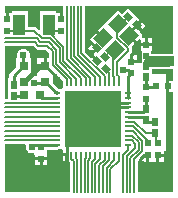
<source format=gtl>
%FSLAX24Y24*%
%MOIN*%
G70*
G01*
G75*
G04 Layer_Physical_Order=1*
G04 Layer_Color=255*
%ADD10R,0.0394X0.0709*%
%ADD11R,0.0197X0.0236*%
%ADD12R,0.0315X0.0295*%
%ADD13R,0.0400X0.0370*%
%ADD14R,0.0197X0.0256*%
%ADD15R,0.0295X0.0315*%
G04:AMPARAMS|DCode=16|XSize=19.7mil|YSize=23.6mil|CornerRadius=0mil|HoleSize=0mil|Usage=FLASHONLY|Rotation=45.000|XOffset=0mil|YOffset=0mil|HoleType=Round|Shape=Rectangle|*
%AMROTATEDRECTD16*
4,1,4,0.0014,-0.0153,-0.0153,0.0014,-0.0014,0.0153,0.0153,-0.0014,0.0014,-0.0153,0.0*
%
%ADD16ROTATEDRECTD16*%

G04:AMPARAMS|DCode=17|XSize=47.2mil|YSize=43.3mil|CornerRadius=0mil|HoleSize=0mil|Usage=FLASHONLY|Rotation=225.000|XOffset=0mil|YOffset=0mil|HoleType=Round|Shape=Rectangle|*
%AMROTATEDRECTD17*
4,1,4,0.0014,0.0320,0.0320,0.0014,-0.0014,-0.0320,-0.0320,-0.0014,0.0014,0.0320,0.0*
%
%ADD17ROTATEDRECTD17*%

%ADD18O,0.0256X0.0079*%
%ADD19O,0.0079X0.0256*%
%ADD20R,0.1850X0.1850*%
%ADD21R,0.0236X0.0197*%
%ADD22C,0.0060*%
%ADD23C,0.0090*%
%ADD24C,0.0150*%
%ADD25C,0.0080*%
%ADD26C,0.0370*%
%ADD27C,0.0240*%
%ADD28C,0.0260*%
G36*
X-1006Y1282D02*
X-1006Y1280D01*
Y1102D01*
X-1004Y1080D01*
X-999Y1059D01*
X-999Y1059D01*
X-999Y1059D01*
X-998Y1025D01*
X-1025D01*
Y998D01*
X-1059Y999D01*
X-1059Y999D01*
X-1059Y999D01*
X-1080Y1004D01*
X-1102Y1006D01*
X-1125D01*
X-1333Y1213D01*
Y1492D01*
D01*
Y1492D01*
X-1333Y1492D01*
Y1528D01*
X-1333D01*
Y1543D01*
X-1286Y1562D01*
X-1006Y1282D01*
D02*
G37*
G36*
X-1902Y2358D02*
X-1887Y2344D01*
X-1869Y2334D01*
X-1850Y2326D01*
X-1830Y2321D01*
X-1810Y2320D01*
X-1574D01*
X-1470Y2216D01*
Y2023D01*
X-1540D01*
Y1776D01*
X-1590D01*
Y1726D01*
X-1847D01*
Y1528D01*
X-1847Y1528D01*
X-1847Y1492D01*
X-1847D01*
Y1460D01*
X-1888Y1431D01*
X-1893Y1433D01*
X-1921Y1439D01*
X-1950Y1440D01*
X-1979Y1439D01*
X-2004Y1434D01*
X-2043Y1465D01*
Y1492D01*
D01*
Y1492D01*
X-2043Y1492D01*
Y1528D01*
X-2043D01*
Y2023D01*
X-2071D01*
X-2100Y2064D01*
X-2097Y2073D01*
X-2091Y2101D01*
X-2090Y2130D01*
X-2091Y2159D01*
X-2097Y2187D01*
X-2106Y2214D01*
X-2119Y2240D01*
X-2135Y2264D01*
X-2154Y2286D01*
X-2176Y2305D01*
X-2200Y2321D01*
X-2226Y2334D01*
X-2253Y2343D01*
X-2281Y2349D01*
X-2310Y2350D01*
X-2339Y2349D01*
X-2367Y2343D01*
X-2394Y2334D01*
X-2420Y2321D01*
X-2444Y2305D01*
X-2466Y2286D01*
X-2485Y2264D01*
X-2501Y2240D01*
X-2514Y2214D01*
X-2523Y2187D01*
X-2529Y2159D01*
X-2530Y2130D01*
X-2529Y2101D01*
X-2523Y2073D01*
X-2520Y2064D01*
X-2549Y2023D01*
X-2557D01*
Y1738D01*
X-2743Y1553D01*
X-2758Y1535D01*
X-2770Y1516D01*
X-2778Y1495D01*
X-2784Y1473D01*
X-2785Y1450D01*
Y1375D01*
X-2838D01*
Y919D01*
Y680D01*
X-2910D01*
Y2440D01*
X-1984D01*
X-1902Y2358D01*
D02*
G37*
G36*
X-2226Y-878D02*
X-2229Y-891D01*
X-2230Y-920D01*
X-2229Y-949D01*
X-2223Y-977D01*
X-2214Y-1004D01*
X-2201Y-1030D01*
X-2185Y-1054D01*
X-2166Y-1076D01*
X-2144Y-1095D01*
X-2120Y-1111D01*
X-2094Y-1124D01*
X-2067Y-1133D01*
X-2039Y-1139D01*
X-2010Y-1140D01*
X-1981Y-1139D01*
X-1957Y-1134D01*
X-1951Y-1139D01*
X-1918Y-1235D01*
Y-1267D01*
X-1522D01*
Y-1141D01*
Y-1012D01*
X-1181D01*
X-1158Y-1010D01*
X-1142Y-1006D01*
X-1102D01*
X-1080Y-1004D01*
X-1059Y-999D01*
X-1059Y-999D01*
X-1059Y-999D01*
X-1025Y-998D01*
Y-1025D01*
X-998D01*
D01*
X-999Y-1059D01*
X-999Y-1059D01*
X-999Y-1059D01*
X-1004Y-1080D01*
X-1006Y-1102D01*
Y-1141D01*
X-866D01*
Y-1191D01*
X-848D01*
Y-1280D01*
X-847Y-1301D01*
X-842Y-1323D01*
X-838Y-1332D01*
X-837Y-1338D01*
X-833Y-1358D01*
X-825Y-1376D01*
X-816Y-1391D01*
Y-1410D01*
X-805Y-1405D01*
X-801Y-1409D01*
X-760Y-1450D01*
Y-2430D01*
X-2910D01*
Y-839D01*
X-2258D01*
X-2226Y-878D01*
D02*
G37*
G36*
X2670Y1288D02*
X2547D01*
Y1090D01*
Y892D01*
X2670D01*
Y-2430D01*
X1500D01*
Y-1396D01*
X1595Y-1301D01*
X1642Y-1321D01*
Y-1415D01*
X1790D01*
Y-1197D01*
X1890D01*
Y-1415D01*
X2120D01*
Y-1197D01*
X2170D01*
Y-1147D01*
X2368D01*
Y-1070D01*
X2430D01*
Y892D01*
X2447D01*
Y1090D01*
Y1288D01*
X2430D01*
Y1500D01*
X1990D01*
Y1679D01*
X2510D01*
X2517Y1679D01*
X2670D01*
Y1288D01*
D02*
G37*
G36*
Y2169D02*
X2517D01*
X2510Y2170D01*
X1948D01*
Y2269D01*
X1988D01*
Y2437D01*
X1592D01*
Y2269D01*
X1632D01*
Y1982D01*
X1631Y1979D01*
X1626Y1952D01*
X1625Y1924D01*
X1626Y1897D01*
X1626Y1897D01*
D01*
X1597Y1860D01*
X1488D01*
Y1867D01*
X1290D01*
Y1967D01*
X1488D01*
Y2135D01*
X1275D01*
X1256Y2181D01*
X1262Y2188D01*
X1275Y2203D01*
X1286Y2221D01*
X1294Y2240D01*
X1299Y2260D01*
X1300Y2280D01*
Y2360D01*
X1299Y2380D01*
X1295Y2396D01*
X1294Y2400D01*
X1292Y2405D01*
X1410Y2523D01*
X1186Y2746D01*
X1257Y2817D01*
X1481Y2593D01*
X1545Y2658D01*
X1592Y2639D01*
Y2537D01*
X1740D01*
Y2705D01*
X1658D01*
X1639Y2751D01*
X1683Y2796D01*
X1558Y2921D01*
X1578Y2941D01*
X1424Y3095D01*
X1459Y3131D01*
X1424Y3166D01*
X1564Y3306D01*
X1445Y3425D01*
X1167Y3704D01*
X971Y3508D01*
X846Y3633D01*
X372Y3160D01*
Y3160D01*
X170Y2957D01*
X394Y2734D01*
X323Y2663D01*
X99Y2887D01*
X-103Y2684D01*
X22Y2559D01*
X12Y2549D01*
X166Y2395D01*
X131Y2359D01*
X166Y2324D01*
X26Y2184D01*
X56Y2153D01*
X32Y2129D01*
X186Y1975D01*
X115Y1904D01*
X-39Y2058D01*
X-47Y2050D01*
X-250Y2252D01*
Y3770D01*
X2670D01*
Y2169D01*
D02*
G37*
G36*
X-990Y3555D02*
X-1000D01*
Y3337D01*
X-1100D01*
Y3555D01*
X-1161D01*
Y3594D01*
X-1755D01*
Y2994D01*
X-1801Y2975D01*
X-1861Y3035D01*
X-1876Y3049D01*
X-1894Y3059D01*
X-1902Y3063D01*
X-1913Y3067D01*
X-1933Y3072D01*
X-1953Y3074D01*
X-2145D01*
Y3594D01*
X-2739D01*
Y3555D01*
X-2800D01*
Y3337D01*
X-2900D01*
Y3555D01*
X-2910D01*
Y3770D01*
X-990D01*
Y3555D01*
D02*
G37*
%LPC*%
G36*
X1635Y3236D02*
X1530Y3131D01*
X1649Y3012D01*
X1754Y3117D01*
X1635Y3236D01*
D02*
G37*
G36*
X-1522Y-1367D02*
X-1670D01*
Y-1535D01*
X-1522D01*
Y-1367D01*
D02*
G37*
G36*
X-1770D02*
X-1918D01*
Y-1535D01*
X-1770D01*
Y-1367D01*
D02*
G37*
G36*
X2368Y-1247D02*
X2220D01*
Y-1415D01*
X2368D01*
Y-1247D01*
D02*
G37*
G36*
X-1640Y2023D02*
X-1847D01*
Y1826D01*
X-1640D01*
Y2023D01*
D02*
G37*
G36*
X-59Y2478D02*
X-164Y2373D01*
X-45Y2254D01*
X60Y2359D01*
X-59Y2478D01*
D02*
G37*
G36*
X-916Y-1241D02*
X-1006D01*
Y-1280D01*
X-1004Y-1301D01*
X-999Y-1323D01*
X-991Y-1343D01*
X-979Y-1362D01*
X-965Y-1378D01*
X-948Y-1393D01*
X-930Y-1404D01*
X-916Y-1410D01*
Y-1241D01*
D02*
G37*
G36*
X1988Y2705D02*
X1840D01*
Y2537D01*
X1988D01*
Y2705D01*
D02*
G37*
%LPD*%
D10*
X-1458Y3140D02*
D03*
X-2442D02*
D03*
D11*
X-2850Y2943D02*
D03*
Y3337D02*
D03*
X-1050Y2943D02*
D03*
Y3337D02*
D03*
X1840Y-803D02*
D03*
Y-1197D02*
D03*
X-1720Y-923D02*
D03*
Y-1317D02*
D03*
X1290Y1523D02*
D03*
Y1917D02*
D03*
X1790Y2093D02*
D03*
Y2487D02*
D03*
X2170Y-803D02*
D03*
Y-1197D02*
D03*
X1790Y673D02*
D03*
Y1067D02*
D03*
D12*
X-1590Y1244D02*
D03*
Y1776D02*
D03*
X-2300Y1244D02*
D03*
Y1776D02*
D03*
D13*
X2510Y1924D02*
D03*
D14*
X-2640Y1147D02*
D03*
Y773D02*
D03*
X1790Y1393D02*
D03*
Y1767D02*
D03*
X2070Y-477D02*
D03*
Y-103D02*
D03*
X1790Y-27D02*
D03*
Y347D02*
D03*
D15*
X-1774Y800D02*
D03*
X-2306D02*
D03*
D16*
X1181Y3409D02*
D03*
X1459Y3131D02*
D03*
X429Y1661D02*
D03*
X151Y1939D02*
D03*
X409Y2081D02*
D03*
X131Y2359D02*
D03*
D17*
X1221Y2782D02*
D03*
X832Y3171D02*
D03*
X748Y2308D02*
D03*
X358Y2698D02*
D03*
D18*
X-1191Y866D02*
D03*
Y709D02*
D03*
Y551D02*
D03*
Y394D02*
D03*
Y236D02*
D03*
Y79D02*
D03*
Y-79D02*
D03*
Y-236D02*
D03*
Y-394D02*
D03*
Y-551D02*
D03*
Y-709D02*
D03*
Y-866D02*
D03*
X1191D02*
D03*
Y-709D02*
D03*
Y-551D02*
D03*
Y-394D02*
D03*
Y-236D02*
D03*
Y-79D02*
D03*
Y79D02*
D03*
Y236D02*
D03*
Y394D02*
D03*
Y551D02*
D03*
Y709D02*
D03*
Y866D02*
D03*
D19*
X-866Y-1191D02*
D03*
X-709D02*
D03*
X-551D02*
D03*
X-394D02*
D03*
X-236D02*
D03*
X-79D02*
D03*
X79D02*
D03*
X236D02*
D03*
X394D02*
D03*
X551D02*
D03*
X709D02*
D03*
X866D02*
D03*
Y1191D02*
D03*
X709D02*
D03*
X551D02*
D03*
X394D02*
D03*
X236D02*
D03*
X79D02*
D03*
X-79D02*
D03*
X-236D02*
D03*
X-394D02*
D03*
X-551D02*
D03*
X-709D02*
D03*
X-866D02*
D03*
D20*
X-0Y0D02*
D03*
D21*
X2103Y1090D02*
D03*
X2497D02*
D03*
D22*
X-1810Y2450D02*
X-1520D01*
X-2920Y2570D02*
X-1930D01*
X-1810Y2450D01*
X-1750Y2570D02*
X-1470D01*
X-2920Y2690D02*
X-1870D01*
X-1750Y2570D01*
X-2850Y2943D02*
X-1953D01*
X-1700Y2690D01*
X-1420D01*
X-1261Y2943D02*
X-1050D01*
X-1465Y2905D02*
X-980Y2420D01*
Y1949D02*
Y2420D01*
X-1420Y2690D02*
X-1100Y2370D01*
Y1900D02*
Y2370D01*
X-1220Y1850D02*
Y2320D01*
X-1470Y2570D02*
X-1220Y2320D01*
X-1340Y1800D02*
Y2270D01*
X-1520Y2450D02*
X-1340Y2270D01*
X1840Y-803D02*
Y-735D01*
X1342Y-236D02*
X1840Y-735D01*
X1181Y-236D02*
X1342D01*
X1329Y-394D02*
X1649Y-713D01*
Y-1064D02*
Y-713D01*
X1370Y-1342D02*
X1649Y-1064D01*
X1181Y-394D02*
X1329D01*
X1317Y-551D02*
X1529Y-763D01*
Y-1014D02*
Y-763D01*
X1250Y-1293D02*
X1529Y-1014D01*
X1181Y-551D02*
X1317D01*
X1305Y-709D02*
X1409Y-813D01*
X1130Y-1243D02*
X1409Y-964D01*
Y-813D01*
X1181Y-709D02*
X1305D01*
X801Y1911D02*
X1170Y2280D01*
X801Y1489D02*
Y1911D01*
Y1489D02*
X866Y1424D01*
Y1191D02*
Y1424D01*
X681Y1439D02*
Y2241D01*
Y1439D02*
X709Y1411D01*
X681Y2241D02*
X709Y2269D01*
X748Y2308D01*
X709Y2269D02*
Y2290D01*
Y1181D02*
Y1191D01*
X709D02*
Y1411D01*
X618Y2290D02*
X709D01*
X1170Y2280D02*
Y2360D01*
X409Y2081D02*
X618Y2290D01*
X810Y3038D02*
X1181Y3409D01*
X810Y2720D02*
Y3038D01*
Y2720D02*
X1170Y2360D01*
X-380Y2198D02*
Y3779D01*
Y2198D02*
X394Y1424D01*
X-500Y2148D02*
Y3779D01*
Y2148D02*
X236Y1412D01*
X-620Y2099D02*
Y3779D01*
Y2099D02*
X79Y1400D01*
X-740Y2049D02*
Y3779D01*
Y2049D02*
X-79Y1388D01*
X-860Y1999D02*
Y3779D01*
Y1999D02*
X-236Y1375D01*
X-980Y1949D02*
X-394Y1363D01*
X-1100Y1900D02*
X-551Y1351D01*
X-1220Y1850D02*
X-709Y1339D01*
X-1340Y1800D02*
X-866Y1326D01*
Y1181D02*
Y1326D01*
X394Y1181D02*
Y1424D01*
X236Y1181D02*
Y1412D01*
X79Y1181D02*
Y1400D01*
X-79Y1181D02*
Y1388D01*
X-236Y1181D02*
Y1375D01*
X-394Y1181D02*
Y1363D01*
X-551Y1181D02*
Y1351D01*
X-709Y1181D02*
Y1339D01*
X1010Y-1193D02*
X1181Y-1022D01*
X-2920Y550D02*
X-1220D01*
X1181Y-1022D02*
Y-866D01*
X-2920Y394D02*
X-1181D01*
X-2920Y236D02*
X-1181D01*
X-2920Y79D02*
X-1181D01*
X-2920Y-79D02*
X-1181D01*
X-2920Y-236D02*
X-1181D01*
X-2920Y-394D02*
X-1181D01*
X-2920Y-551D02*
X-1181D01*
X-2920Y-709D02*
X-1181D01*
X-709Y-1191D02*
Y-1181D01*
X-630Y-2440D02*
Y-1396D01*
X-709Y-1317D02*
X-630Y-1396D01*
X-709Y-1317D02*
Y-1191D01*
X-510Y-2440D02*
Y-1347D01*
X-551Y-1305D02*
X-510Y-1347D01*
X-551Y-1305D02*
Y-1191D01*
X-390Y-2440D02*
Y-1282D01*
X-394Y-1278D02*
X-390Y-1282D01*
X-394Y-1278D02*
Y-1191D01*
X-236Y-1296D02*
Y-1191D01*
X-270Y-2440D02*
Y-1329D01*
X-236Y-1296D01*
X-150Y-1379D02*
X-79Y-1308D01*
X-150Y-2440D02*
Y-1379D01*
X-29Y-1428D02*
X79Y-1321D01*
X-29Y-2440D02*
Y-1428D01*
X91Y-1478D02*
X236Y-1333D01*
X91Y-2440D02*
Y-1478D01*
X-79Y-1308D02*
Y-1191D01*
X580Y-1669D02*
X866Y-1383D01*
X580Y-2440D02*
Y-1669D01*
X866Y-1191D02*
Y-1181D01*
X866Y-1383D02*
Y-1191D01*
X460Y-1619D02*
X709Y-1371D01*
X709Y-1191D02*
Y-1181D01*
X460Y-2440D02*
Y-1619D01*
X709Y-1371D02*
Y-1191D01*
X340Y-1569D02*
X551Y-1358D01*
X551Y-1191D02*
Y-1181D01*
X340Y-2440D02*
Y-1569D01*
X551Y-1358D02*
Y-1191D01*
X220Y-2440D02*
Y-1519D01*
X394Y-1346D01*
X394Y-1191D02*
Y-1181D01*
X394Y-1346D02*
Y-1191D01*
X236D02*
Y-1181D01*
X236Y-1333D02*
Y-1191D01*
X79D02*
Y-1181D01*
X79Y-1321D02*
Y-1191D01*
X-79D02*
Y-1181D01*
X-394Y-1191D02*
Y-1181D01*
X1370Y-2440D02*
Y-1342D01*
X1250Y-2440D02*
Y-1293D01*
X1130Y-2440D02*
Y-1243D01*
X1010Y-2440D02*
Y-1193D01*
D23*
X-1590Y1776D02*
X-1215Y1425D01*
X1590Y-1420D02*
Y-1313D01*
X1706Y-1197D01*
X1840D01*
X1410Y2250D02*
X1420D01*
X1390D02*
X1410D01*
X1221Y2782D02*
X1410Y2593D01*
Y2250D02*
Y2593D01*
X-2310Y1240D02*
Y1310D01*
X-1950Y1220D02*
X-1545D01*
X-1191Y866D01*
X1163Y1650D02*
X1290Y1523D01*
X1020Y1650D02*
X1163D01*
X1221Y2893D02*
X1459Y3131D01*
X1221Y2782D02*
Y2893D01*
X-2640Y1450D02*
X-2310Y1780D01*
X-2640Y1147D02*
Y1450D01*
X-2630Y783D02*
X-2313D01*
X-2310Y1780D02*
Y2130D01*
X-1996Y-866D02*
X-1181D01*
X1181Y709D02*
Y1414D01*
X1290Y1523D01*
X-1770Y780D02*
X-1699Y709D01*
X-1181Y709D01*
X394Y394D02*
X1181D01*
X551Y551D02*
X1181D01*
X-866Y-1181D02*
Y-866D01*
X0Y0D01*
X1290Y1917D02*
Y2150D01*
X1390Y2250D01*
X-866Y-1428D02*
Y-1191D01*
X-920Y-1482D02*
X-866Y-1428D01*
X1790Y2487D02*
Y2840D01*
X1866Y-103D02*
X2070D01*
X1679Y236D02*
X1790Y347D01*
X1684Y79D02*
X1866Y-103D01*
X1790Y347D02*
Y683D01*
X1181Y236D02*
X1679D01*
X1181Y79D02*
X1684D01*
X1793Y1070D02*
X2133D01*
X1790Y1067D02*
Y1393D01*
D24*
X-1769Y1776D02*
X-1590D01*
X-2300Y1244D02*
X-1769Y1776D01*
D25*
X551Y1181D02*
Y1539D01*
X429Y1661D02*
X551Y1539D01*
X1766Y-477D02*
X2070D01*
X2120Y-803D02*
Y-527D01*
X2070Y-477D02*
X2120Y-527D01*
X1368Y-79D02*
X1766Y-477D01*
X1181Y-79D02*
X1368D01*
D26*
X1870Y1924D02*
X2510D01*
D27*
X-1950Y3190D02*
D03*
X2070Y3400D02*
D03*
X-130Y3650D02*
D03*
X2550D02*
D03*
X-2790D02*
D03*
X-1110D02*
D03*
X-1590Y2130D02*
D03*
X-1200Y1290D02*
D03*
X-2790Y-960D02*
D03*
X-2790Y-2310D02*
D03*
X40Y2980D02*
D03*
X-2310Y2130D02*
D03*
X-1950Y1220D02*
D03*
X2550Y-1480D02*
D03*
X1620Y-1480D02*
D03*
X-2010Y-920D02*
D03*
X-70Y2190D02*
D03*
X1020Y1650D02*
D03*
X-1120Y-1200D02*
D03*
X1410Y2250D02*
D03*
X-2020Y-1320D02*
D03*
X-2610Y2130D02*
D03*
X1730Y2880D02*
D03*
X2550Y1550D02*
D03*
Y2290D02*
D03*
Y-2310D02*
D03*
X1620D02*
D03*
X-880D02*
D03*
X2550Y700D02*
D03*
D28*
X-709Y709D02*
D03*
X-236D02*
D03*
X236D02*
D03*
X709D02*
D03*
X-709Y236D02*
D03*
X-236D02*
D03*
X236D02*
D03*
X709D02*
D03*
X-709Y-236D02*
D03*
X-236D02*
D03*
X236D02*
D03*
X709D02*
D03*
X-709Y-709D02*
D03*
X-236D02*
D03*
X236D02*
D03*
X709D02*
D03*
M02*

</source>
